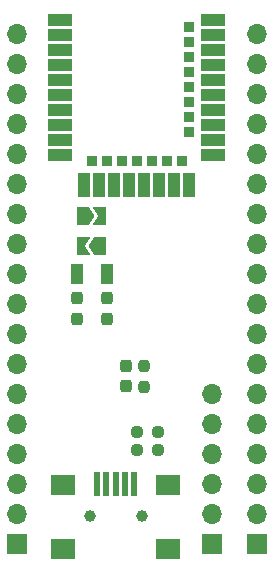
<source format=gts>
G04 #@! TF.GenerationSoftware,KiCad,Pcbnew,(6.0.2)*
G04 #@! TF.CreationDate,2022-03-28T20:02:01+02:00*
G04 #@! TF.ProjectId,nRF52840,6e524635-3238-4343-902e-6b696361645f,rev?*
G04 #@! TF.SameCoordinates,Original*
G04 #@! TF.FileFunction,Soldermask,Top*
G04 #@! TF.FilePolarity,Negative*
%FSLAX46Y46*%
G04 Gerber Fmt 4.6, Leading zero omitted, Abs format (unit mm)*
G04 Created by KiCad (PCBNEW (6.0.2)) date 2022-03-28 20:02:01*
%MOMM*%
%LPD*%
G01*
G04 APERTURE LIST*
G04 Aperture macros list*
%AMRoundRect*
0 Rectangle with rounded corners*
0 $1 Rounding radius*
0 $2 $3 $4 $5 $6 $7 $8 $9 X,Y pos of 4 corners*
0 Add a 4 corners polygon primitive as box body*
4,1,4,$2,$3,$4,$5,$6,$7,$8,$9,$2,$3,0*
0 Add four circle primitives for the rounded corners*
1,1,$1+$1,$2,$3*
1,1,$1+$1,$4,$5*
1,1,$1+$1,$6,$7*
1,1,$1+$1,$8,$9*
0 Add four rect primitives between the rounded corners*
20,1,$1+$1,$2,$3,$4,$5,0*
20,1,$1+$1,$4,$5,$6,$7,0*
20,1,$1+$1,$6,$7,$8,$9,0*
20,1,$1+$1,$8,$9,$2,$3,0*%
%AMFreePoly0*
4,1,6,1.000000,0.000000,0.500000,-0.750000,-0.500000,-0.750000,-0.500000,0.750000,0.500000,0.750000,1.000000,0.000000,1.000000,0.000000,$1*%
%AMFreePoly1*
4,1,6,0.500000,-0.750000,-0.650000,-0.750000,-0.150000,0.000000,-0.650000,0.750000,0.500000,0.750000,0.500000,-0.750000,0.500000,-0.750000,$1*%
G04 Aperture macros list end*
%ADD10R,2.000000X1.000000*%
%ADD11R,1.000000X2.000000*%
%ADD12R,0.900000X0.900000*%
%ADD13RoundRect,0.237500X0.237500X-0.300000X0.237500X0.300000X-0.237500X0.300000X-0.237500X-0.300000X0*%
%ADD14FreePoly0,0.000000*%
%ADD15FreePoly1,0.000000*%
%ADD16RoundRect,0.237500X0.237500X-0.287500X0.237500X0.287500X-0.237500X0.287500X-0.237500X-0.287500X0*%
%ADD17RoundRect,0.237500X0.237500X-0.250000X0.237500X0.250000X-0.237500X0.250000X-0.237500X-0.250000X0*%
%ADD18C,1.000000*%
%ADD19R,0.500000X2.000000*%
%ADD20R,2.000000X1.700000*%
%ADD21RoundRect,0.237500X-0.250000X-0.237500X0.250000X-0.237500X0.250000X0.237500X-0.250000X0.237500X0*%
%ADD22FreePoly0,180.000000*%
%ADD23FreePoly1,180.000000*%
%ADD24R,1.000000X1.800000*%
%ADD25R,1.700000X1.700000*%
%ADD26O,1.700000X1.700000*%
G04 APERTURE END LIST*
D10*
X139550000Y-70408000D03*
X139550000Y-71678000D03*
X139550000Y-72948000D03*
X139550000Y-74218000D03*
X139550000Y-75488000D03*
X139550000Y-76758000D03*
X139550000Y-78028000D03*
X139550000Y-79298000D03*
X139550000Y-80568000D03*
X139550000Y-81838000D03*
D11*
X141610000Y-84438000D03*
D12*
X142240000Y-82338000D03*
D11*
X142880000Y-84438000D03*
D12*
X143510000Y-82338000D03*
D11*
X144150000Y-84438000D03*
D12*
X144780000Y-82338000D03*
D11*
X145420000Y-84438000D03*
D12*
X146050000Y-82338000D03*
D11*
X146690000Y-84438000D03*
D12*
X147320000Y-82338000D03*
D11*
X147960000Y-84438000D03*
D12*
X148590000Y-82338000D03*
D11*
X149230000Y-84438000D03*
D12*
X149860000Y-82338000D03*
D11*
X150500000Y-84438000D03*
D10*
X152550000Y-81838000D03*
X152550000Y-80568000D03*
D12*
X150450000Y-79933000D03*
D10*
X152550000Y-79298000D03*
D12*
X150450000Y-78663000D03*
D10*
X152550000Y-78028000D03*
D12*
X150450000Y-77393000D03*
D10*
X152550000Y-76758000D03*
D12*
X150450000Y-76123000D03*
D10*
X152550000Y-75488000D03*
D12*
X150450000Y-74853000D03*
D10*
X152550000Y-74218000D03*
D12*
X150450000Y-73583000D03*
D10*
X152550000Y-72948000D03*
D12*
X150450000Y-72313000D03*
D10*
X152550000Y-71678000D03*
D12*
X150450000Y-71043000D03*
D10*
X152550000Y-70408000D03*
D13*
X143510000Y-95705000D03*
X143510000Y-93980000D03*
D14*
X141518000Y-86995000D03*
D15*
X142968000Y-86995000D03*
D13*
X141010000Y-95731500D03*
X141010000Y-94006500D03*
D16*
X145161000Y-101445000D03*
X145161000Y-99695000D03*
D17*
X146685000Y-101520000D03*
X146685000Y-99695000D03*
D18*
X142072000Y-112395000D03*
X146472000Y-112395000D03*
D19*
X142672000Y-109695000D03*
X143472000Y-109695000D03*
X144272000Y-109695000D03*
X145072000Y-109695000D03*
X145872000Y-109695000D03*
D20*
X148722000Y-109795000D03*
X148722000Y-115245000D03*
X139822000Y-115245000D03*
X139822000Y-109795000D03*
D21*
X146050000Y-105283000D03*
X147875000Y-105283000D03*
D22*
X142968000Y-89535000D03*
D23*
X141518000Y-89535000D03*
D24*
X143510000Y-91948000D03*
X141010000Y-91948000D03*
D25*
X152400000Y-114808000D03*
D26*
X152400000Y-112268000D03*
X152400000Y-109728000D03*
X152400000Y-107188000D03*
X152400000Y-104648000D03*
X152400000Y-102108000D03*
D21*
X146050000Y-106807000D03*
X147875000Y-106807000D03*
D25*
X156210000Y-114808000D03*
D26*
X156210000Y-112268000D03*
X156210000Y-109728000D03*
X156210000Y-107188000D03*
X156210000Y-104648000D03*
X156210000Y-102108000D03*
X156210000Y-99568000D03*
X156210000Y-97028000D03*
X156210000Y-94488000D03*
X156210000Y-91948000D03*
X156210000Y-89408000D03*
X156210000Y-86868000D03*
X156210000Y-84328000D03*
X156210000Y-81788000D03*
X156210000Y-79248000D03*
X156210000Y-76708000D03*
X156210000Y-74168000D03*
X156210000Y-71628000D03*
D25*
X135890000Y-114808000D03*
D26*
X135890000Y-112268000D03*
X135890000Y-109728000D03*
X135890000Y-107188000D03*
X135890000Y-104648000D03*
X135890000Y-102108000D03*
X135890000Y-99568000D03*
X135890000Y-97028000D03*
X135890000Y-94488000D03*
X135890000Y-91948000D03*
X135890000Y-89408000D03*
X135890000Y-86868000D03*
X135890000Y-84328000D03*
X135890000Y-81788000D03*
X135890000Y-79248000D03*
X135890000Y-76708000D03*
X135890000Y-74168000D03*
X135890000Y-71628000D03*
M02*

</source>
